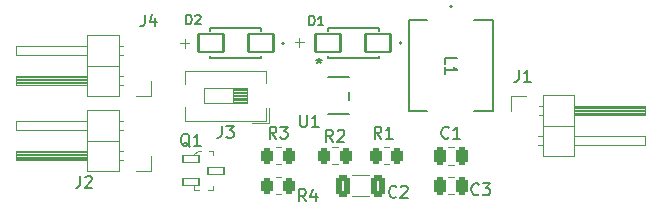
<source format=gbr>
%TF.GenerationSoftware,KiCad,Pcbnew,8.0.6*%
%TF.CreationDate,2025-06-18T20:25:26+05:30*%
%TF.ProjectId,Tiny Solar Suppy,54696e79-2053-46f6-9c61-722053757070,rev?*%
%TF.SameCoordinates,Original*%
%TF.FileFunction,Legend,Top*%
%TF.FilePolarity,Positive*%
%FSLAX46Y46*%
G04 Gerber Fmt 4.6, Leading zero omitted, Abs format (unit mm)*
G04 Created by KiCad (PCBNEW 8.0.6) date 2025-06-18 20:25:26*
%MOMM*%
%LPD*%
G01*
G04 APERTURE LIST*
G04 Aperture macros list*
%AMRoundRect*
0 Rectangle with rounded corners*
0 $1 Rounding radius*
0 $2 $3 $4 $5 $6 $7 $8 $9 X,Y pos of 4 corners*
0 Add a 4 corners polygon primitive as box body*
4,1,4,$2,$3,$4,$5,$6,$7,$8,$9,$2,$3,0*
0 Add four circle primitives for the rounded corners*
1,1,$1+$1,$2,$3*
1,1,$1+$1,$4,$5*
1,1,$1+$1,$6,$7*
1,1,$1+$1,$8,$9*
0 Add four rect primitives between the rounded corners*
20,1,$1+$1,$2,$3,$4,$5,0*
20,1,$1+$1,$4,$5,$6,$7,0*
20,1,$1+$1,$6,$7,$8,$9,0*
20,1,$1+$1,$8,$9,$2,$3,0*%
G04 Aperture macros list end*
%ADD10C,0.100000*%
%ADD11C,0.150000*%
%ADD12C,0.120000*%
%ADD13C,0.152400*%
%ADD14C,0.127000*%
%ADD15C,0.200000*%
%ADD16R,1.600000X1.600000*%
%ADD17O,1.600000X1.600000*%
%ADD18R,1.700000X1.700000*%
%ADD19O,1.700000X1.700000*%
%ADD20R,1.181100X0.558800*%
%ADD21RoundRect,0.250000X-0.262500X-0.450000X0.262500X-0.450000X0.262500X0.450000X-0.262500X0.450000X0*%
%ADD22RoundRect,0.250000X0.262500X0.450000X-0.262500X0.450000X-0.262500X-0.450000X0.262500X-0.450000X0*%
%ADD23RoundRect,0.070000X-0.650000X-0.300000X0.650000X-0.300000X0.650000X0.300000X-0.650000X0.300000X0*%
%ADD24R,3.302000X2.667000*%
%ADD25RoundRect,0.102000X1.060000X0.750000X-1.060000X0.750000X-1.060000X-0.750000X1.060000X-0.750000X0*%
%ADD26RoundRect,0.250000X-0.250000X-0.475000X0.250000X-0.475000X0.250000X0.475000X-0.250000X0.475000X0*%
%ADD27RoundRect,0.250000X0.325000X0.650000X-0.325000X0.650000X-0.325000X-0.650000X0.325000X-0.650000X0*%
%ADD28RoundRect,0.250000X0.250000X0.475000X-0.250000X0.475000X-0.250000X-0.475000X0.250000X-0.475000X0*%
G04 APERTURE END LIST*
D10*
X73803884Y-93891466D02*
X74565789Y-93891466D01*
X74184836Y-94272419D02*
X74184836Y-93510514D01*
X64103884Y-93991466D02*
X64865789Y-93991466D01*
X64484836Y-94372419D02*
X64484836Y-93610514D01*
D11*
X67601666Y-100989819D02*
X67601666Y-101704104D01*
X67601666Y-101704104D02*
X67554047Y-101846961D01*
X67554047Y-101846961D02*
X67458809Y-101942200D01*
X67458809Y-101942200D02*
X67315952Y-101989819D01*
X67315952Y-101989819D02*
X67220714Y-101989819D01*
X67982619Y-100989819D02*
X68601666Y-100989819D01*
X68601666Y-100989819D02*
X68268333Y-101370771D01*
X68268333Y-101370771D02*
X68411190Y-101370771D01*
X68411190Y-101370771D02*
X68506428Y-101418390D01*
X68506428Y-101418390D02*
X68554047Y-101466009D01*
X68554047Y-101466009D02*
X68601666Y-101561247D01*
X68601666Y-101561247D02*
X68601666Y-101799342D01*
X68601666Y-101799342D02*
X68554047Y-101894580D01*
X68554047Y-101894580D02*
X68506428Y-101942200D01*
X68506428Y-101942200D02*
X68411190Y-101989819D01*
X68411190Y-101989819D02*
X68125476Y-101989819D01*
X68125476Y-101989819D02*
X68030238Y-101942200D01*
X68030238Y-101942200D02*
X67982619Y-101894580D01*
X92766666Y-96254819D02*
X92766666Y-96969104D01*
X92766666Y-96969104D02*
X92719047Y-97111961D01*
X92719047Y-97111961D02*
X92623809Y-97207200D01*
X92623809Y-97207200D02*
X92480952Y-97254819D01*
X92480952Y-97254819D02*
X92385714Y-97254819D01*
X93766666Y-97254819D02*
X93195238Y-97254819D01*
X93480952Y-97254819D02*
X93480952Y-96254819D01*
X93480952Y-96254819D02*
X93385714Y-96397676D01*
X93385714Y-96397676D02*
X93290476Y-96492914D01*
X93290476Y-96492914D02*
X93195238Y-96540533D01*
X55606666Y-105229819D02*
X55606666Y-105944104D01*
X55606666Y-105944104D02*
X55559047Y-106086961D01*
X55559047Y-106086961D02*
X55463809Y-106182200D01*
X55463809Y-106182200D02*
X55320952Y-106229819D01*
X55320952Y-106229819D02*
X55225714Y-106229819D01*
X56035238Y-105325057D02*
X56082857Y-105277438D01*
X56082857Y-105277438D02*
X56178095Y-105229819D01*
X56178095Y-105229819D02*
X56416190Y-105229819D01*
X56416190Y-105229819D02*
X56511428Y-105277438D01*
X56511428Y-105277438D02*
X56559047Y-105325057D01*
X56559047Y-105325057D02*
X56606666Y-105420295D01*
X56606666Y-105420295D02*
X56606666Y-105515533D01*
X56606666Y-105515533D02*
X56559047Y-105658390D01*
X56559047Y-105658390D02*
X55987619Y-106229819D01*
X55987619Y-106229819D02*
X56606666Y-106229819D01*
X74238095Y-100054819D02*
X74238095Y-100864342D01*
X74238095Y-100864342D02*
X74285714Y-100959580D01*
X74285714Y-100959580D02*
X74333333Y-101007200D01*
X74333333Y-101007200D02*
X74428571Y-101054819D01*
X74428571Y-101054819D02*
X74619047Y-101054819D01*
X74619047Y-101054819D02*
X74714285Y-101007200D01*
X74714285Y-101007200D02*
X74761904Y-100959580D01*
X74761904Y-100959580D02*
X74809523Y-100864342D01*
X74809523Y-100864342D02*
X74809523Y-100054819D01*
X75809523Y-101054819D02*
X75238095Y-101054819D01*
X75523809Y-101054819D02*
X75523809Y-100054819D01*
X75523809Y-100054819D02*
X75428571Y-100197676D01*
X75428571Y-100197676D02*
X75333333Y-100292914D01*
X75333333Y-100292914D02*
X75238095Y-100340533D01*
X75850750Y-95228019D02*
X75850750Y-95466114D01*
X75612655Y-95370876D02*
X75850750Y-95466114D01*
X75850750Y-95466114D02*
X76088845Y-95370876D01*
X75707893Y-95656590D02*
X75850750Y-95466114D01*
X75850750Y-95466114D02*
X75993607Y-95656590D01*
X75850750Y-95228019D02*
X75850750Y-95466114D01*
X75612655Y-95370876D02*
X75850750Y-95466114D01*
X75850750Y-95466114D02*
X76088845Y-95370876D01*
X75707893Y-95656590D02*
X75850750Y-95466114D01*
X75850750Y-95466114D02*
X75993607Y-95656590D01*
X74733333Y-107354819D02*
X74400000Y-106878628D01*
X74161905Y-107354819D02*
X74161905Y-106354819D01*
X74161905Y-106354819D02*
X74542857Y-106354819D01*
X74542857Y-106354819D02*
X74638095Y-106402438D01*
X74638095Y-106402438D02*
X74685714Y-106450057D01*
X74685714Y-106450057D02*
X74733333Y-106545295D01*
X74733333Y-106545295D02*
X74733333Y-106688152D01*
X74733333Y-106688152D02*
X74685714Y-106783390D01*
X74685714Y-106783390D02*
X74638095Y-106831009D01*
X74638095Y-106831009D02*
X74542857Y-106878628D01*
X74542857Y-106878628D02*
X74161905Y-106878628D01*
X75590476Y-106688152D02*
X75590476Y-107354819D01*
X75352381Y-106307200D02*
X75114286Y-107021485D01*
X75114286Y-107021485D02*
X75733333Y-107021485D01*
X72223333Y-102054819D02*
X71890000Y-101578628D01*
X71651905Y-102054819D02*
X71651905Y-101054819D01*
X71651905Y-101054819D02*
X72032857Y-101054819D01*
X72032857Y-101054819D02*
X72128095Y-101102438D01*
X72128095Y-101102438D02*
X72175714Y-101150057D01*
X72175714Y-101150057D02*
X72223333Y-101245295D01*
X72223333Y-101245295D02*
X72223333Y-101388152D01*
X72223333Y-101388152D02*
X72175714Y-101483390D01*
X72175714Y-101483390D02*
X72128095Y-101531009D01*
X72128095Y-101531009D02*
X72032857Y-101578628D01*
X72032857Y-101578628D02*
X71651905Y-101578628D01*
X72556667Y-101054819D02*
X73175714Y-101054819D01*
X73175714Y-101054819D02*
X72842381Y-101435771D01*
X72842381Y-101435771D02*
X72985238Y-101435771D01*
X72985238Y-101435771D02*
X73080476Y-101483390D01*
X73080476Y-101483390D02*
X73128095Y-101531009D01*
X73128095Y-101531009D02*
X73175714Y-101626247D01*
X73175714Y-101626247D02*
X73175714Y-101864342D01*
X73175714Y-101864342D02*
X73128095Y-101959580D01*
X73128095Y-101959580D02*
X73080476Y-102007200D01*
X73080476Y-102007200D02*
X72985238Y-102054819D01*
X72985238Y-102054819D02*
X72699524Y-102054819D01*
X72699524Y-102054819D02*
X72604286Y-102007200D01*
X72604286Y-102007200D02*
X72556667Y-101959580D01*
X77025833Y-102309819D02*
X76692500Y-101833628D01*
X76454405Y-102309819D02*
X76454405Y-101309819D01*
X76454405Y-101309819D02*
X76835357Y-101309819D01*
X76835357Y-101309819D02*
X76930595Y-101357438D01*
X76930595Y-101357438D02*
X76978214Y-101405057D01*
X76978214Y-101405057D02*
X77025833Y-101500295D01*
X77025833Y-101500295D02*
X77025833Y-101643152D01*
X77025833Y-101643152D02*
X76978214Y-101738390D01*
X76978214Y-101738390D02*
X76930595Y-101786009D01*
X76930595Y-101786009D02*
X76835357Y-101833628D01*
X76835357Y-101833628D02*
X76454405Y-101833628D01*
X77406786Y-101405057D02*
X77454405Y-101357438D01*
X77454405Y-101357438D02*
X77549643Y-101309819D01*
X77549643Y-101309819D02*
X77787738Y-101309819D01*
X77787738Y-101309819D02*
X77882976Y-101357438D01*
X77882976Y-101357438D02*
X77930595Y-101405057D01*
X77930595Y-101405057D02*
X77978214Y-101500295D01*
X77978214Y-101500295D02*
X77978214Y-101595533D01*
X77978214Y-101595533D02*
X77930595Y-101738390D01*
X77930595Y-101738390D02*
X77359167Y-102309819D01*
X77359167Y-102309819D02*
X77978214Y-102309819D01*
X81113333Y-102054819D02*
X80780000Y-101578628D01*
X80541905Y-102054819D02*
X80541905Y-101054819D01*
X80541905Y-101054819D02*
X80922857Y-101054819D01*
X80922857Y-101054819D02*
X81018095Y-101102438D01*
X81018095Y-101102438D02*
X81065714Y-101150057D01*
X81065714Y-101150057D02*
X81113333Y-101245295D01*
X81113333Y-101245295D02*
X81113333Y-101388152D01*
X81113333Y-101388152D02*
X81065714Y-101483390D01*
X81065714Y-101483390D02*
X81018095Y-101531009D01*
X81018095Y-101531009D02*
X80922857Y-101578628D01*
X80922857Y-101578628D02*
X80541905Y-101578628D01*
X82065714Y-102054819D02*
X81494286Y-102054819D01*
X81780000Y-102054819D02*
X81780000Y-101054819D01*
X81780000Y-101054819D02*
X81684762Y-101197676D01*
X81684762Y-101197676D02*
X81589524Y-101292914D01*
X81589524Y-101292914D02*
X81494286Y-101340533D01*
X64904761Y-102750057D02*
X64809523Y-102702438D01*
X64809523Y-102702438D02*
X64714285Y-102607200D01*
X64714285Y-102607200D02*
X64571428Y-102464342D01*
X64571428Y-102464342D02*
X64476190Y-102416723D01*
X64476190Y-102416723D02*
X64380952Y-102416723D01*
X64428571Y-102654819D02*
X64333333Y-102607200D01*
X64333333Y-102607200D02*
X64238095Y-102511961D01*
X64238095Y-102511961D02*
X64190476Y-102321485D01*
X64190476Y-102321485D02*
X64190476Y-101988152D01*
X64190476Y-101988152D02*
X64238095Y-101797676D01*
X64238095Y-101797676D02*
X64333333Y-101702438D01*
X64333333Y-101702438D02*
X64428571Y-101654819D01*
X64428571Y-101654819D02*
X64619047Y-101654819D01*
X64619047Y-101654819D02*
X64714285Y-101702438D01*
X64714285Y-101702438D02*
X64809523Y-101797676D01*
X64809523Y-101797676D02*
X64857142Y-101988152D01*
X64857142Y-101988152D02*
X64857142Y-102321485D01*
X64857142Y-102321485D02*
X64809523Y-102511961D01*
X64809523Y-102511961D02*
X64714285Y-102607200D01*
X64714285Y-102607200D02*
X64619047Y-102654819D01*
X64619047Y-102654819D02*
X64428571Y-102654819D01*
X65809523Y-102654819D02*
X65238095Y-102654819D01*
X65523809Y-102654819D02*
X65523809Y-101654819D01*
X65523809Y-101654819D02*
X65428571Y-101797676D01*
X65428571Y-101797676D02*
X65333333Y-101892914D01*
X65333333Y-101892914D02*
X65238095Y-101940533D01*
X86540180Y-95718333D02*
X86540180Y-95242143D01*
X86540180Y-95242143D02*
X87540180Y-95242143D01*
X86540180Y-96575476D02*
X86540180Y-96004048D01*
X86540180Y-96289762D02*
X87540180Y-96289762D01*
X87540180Y-96289762D02*
X87397323Y-96194524D01*
X87397323Y-96194524D02*
X87302085Y-96099286D01*
X87302085Y-96099286D02*
X87254466Y-96004048D01*
X61066666Y-91554819D02*
X61066666Y-92269104D01*
X61066666Y-92269104D02*
X61019047Y-92411961D01*
X61019047Y-92411961D02*
X60923809Y-92507200D01*
X60923809Y-92507200D02*
X60780952Y-92554819D01*
X60780952Y-92554819D02*
X60685714Y-92554819D01*
X61971428Y-91888152D02*
X61971428Y-92554819D01*
X61733333Y-91507200D02*
X61495238Y-92221485D01*
X61495238Y-92221485D02*
X62114285Y-92221485D01*
X64618822Y-92356467D02*
X64618822Y-91569065D01*
X64618822Y-91569065D02*
X64806299Y-91569065D01*
X64806299Y-91569065D02*
X64918785Y-91606560D01*
X64918785Y-91606560D02*
X64993776Y-91681551D01*
X64993776Y-91681551D02*
X65031271Y-91756542D01*
X65031271Y-91756542D02*
X65068766Y-91906523D01*
X65068766Y-91906523D02*
X65068766Y-92019009D01*
X65068766Y-92019009D02*
X65031271Y-92168990D01*
X65031271Y-92168990D02*
X64993776Y-92243981D01*
X64993776Y-92243981D02*
X64918785Y-92318972D01*
X64918785Y-92318972D02*
X64806299Y-92356467D01*
X64806299Y-92356467D02*
X64618822Y-92356467D01*
X65368729Y-91644056D02*
X65406224Y-91606560D01*
X65406224Y-91606560D02*
X65481215Y-91569065D01*
X65481215Y-91569065D02*
X65668692Y-91569065D01*
X65668692Y-91569065D02*
X65743682Y-91606560D01*
X65743682Y-91606560D02*
X65781178Y-91644056D01*
X65781178Y-91644056D02*
X65818673Y-91719046D01*
X65818673Y-91719046D02*
X65818673Y-91794037D01*
X65818673Y-91794037D02*
X65781178Y-91906523D01*
X65781178Y-91906523D02*
X65331234Y-92356467D01*
X65331234Y-92356467D02*
X65818673Y-92356467D01*
X75018822Y-92456467D02*
X75018822Y-91669065D01*
X75018822Y-91669065D02*
X75206299Y-91669065D01*
X75206299Y-91669065D02*
X75318785Y-91706560D01*
X75318785Y-91706560D02*
X75393776Y-91781551D01*
X75393776Y-91781551D02*
X75431271Y-91856542D01*
X75431271Y-91856542D02*
X75468766Y-92006523D01*
X75468766Y-92006523D02*
X75468766Y-92119009D01*
X75468766Y-92119009D02*
X75431271Y-92268990D01*
X75431271Y-92268990D02*
X75393776Y-92343981D01*
X75393776Y-92343981D02*
X75318785Y-92418972D01*
X75318785Y-92418972D02*
X75206299Y-92456467D01*
X75206299Y-92456467D02*
X75018822Y-92456467D01*
X76218673Y-92456467D02*
X75768729Y-92456467D01*
X75993701Y-92456467D02*
X75993701Y-91669065D01*
X75993701Y-91669065D02*
X75918710Y-91781551D01*
X75918710Y-91781551D02*
X75843720Y-91856542D01*
X75843720Y-91856542D02*
X75768729Y-91894037D01*
X89368333Y-106759580D02*
X89320714Y-106807200D01*
X89320714Y-106807200D02*
X89177857Y-106854819D01*
X89177857Y-106854819D02*
X89082619Y-106854819D01*
X89082619Y-106854819D02*
X88939762Y-106807200D01*
X88939762Y-106807200D02*
X88844524Y-106711961D01*
X88844524Y-106711961D02*
X88796905Y-106616723D01*
X88796905Y-106616723D02*
X88749286Y-106426247D01*
X88749286Y-106426247D02*
X88749286Y-106283390D01*
X88749286Y-106283390D02*
X88796905Y-106092914D01*
X88796905Y-106092914D02*
X88844524Y-105997676D01*
X88844524Y-105997676D02*
X88939762Y-105902438D01*
X88939762Y-105902438D02*
X89082619Y-105854819D01*
X89082619Y-105854819D02*
X89177857Y-105854819D01*
X89177857Y-105854819D02*
X89320714Y-105902438D01*
X89320714Y-105902438D02*
X89368333Y-105950057D01*
X89701667Y-105854819D02*
X90320714Y-105854819D01*
X90320714Y-105854819D02*
X89987381Y-106235771D01*
X89987381Y-106235771D02*
X90130238Y-106235771D01*
X90130238Y-106235771D02*
X90225476Y-106283390D01*
X90225476Y-106283390D02*
X90273095Y-106331009D01*
X90273095Y-106331009D02*
X90320714Y-106426247D01*
X90320714Y-106426247D02*
X90320714Y-106664342D01*
X90320714Y-106664342D02*
X90273095Y-106759580D01*
X90273095Y-106759580D02*
X90225476Y-106807200D01*
X90225476Y-106807200D02*
X90130238Y-106854819D01*
X90130238Y-106854819D02*
X89844524Y-106854819D01*
X89844524Y-106854819D02*
X89749286Y-106807200D01*
X89749286Y-106807200D02*
X89701667Y-106759580D01*
X82383333Y-106959580D02*
X82335714Y-107007200D01*
X82335714Y-107007200D02*
X82192857Y-107054819D01*
X82192857Y-107054819D02*
X82097619Y-107054819D01*
X82097619Y-107054819D02*
X81954762Y-107007200D01*
X81954762Y-107007200D02*
X81859524Y-106911961D01*
X81859524Y-106911961D02*
X81811905Y-106816723D01*
X81811905Y-106816723D02*
X81764286Y-106626247D01*
X81764286Y-106626247D02*
X81764286Y-106483390D01*
X81764286Y-106483390D02*
X81811905Y-106292914D01*
X81811905Y-106292914D02*
X81859524Y-106197676D01*
X81859524Y-106197676D02*
X81954762Y-106102438D01*
X81954762Y-106102438D02*
X82097619Y-106054819D01*
X82097619Y-106054819D02*
X82192857Y-106054819D01*
X82192857Y-106054819D02*
X82335714Y-106102438D01*
X82335714Y-106102438D02*
X82383333Y-106150057D01*
X82764286Y-106150057D02*
X82811905Y-106102438D01*
X82811905Y-106102438D02*
X82907143Y-106054819D01*
X82907143Y-106054819D02*
X83145238Y-106054819D01*
X83145238Y-106054819D02*
X83240476Y-106102438D01*
X83240476Y-106102438D02*
X83288095Y-106150057D01*
X83288095Y-106150057D02*
X83335714Y-106245295D01*
X83335714Y-106245295D02*
X83335714Y-106340533D01*
X83335714Y-106340533D02*
X83288095Y-106483390D01*
X83288095Y-106483390D02*
X82716667Y-107054819D01*
X82716667Y-107054819D02*
X83335714Y-107054819D01*
X86828333Y-101959580D02*
X86780714Y-102007200D01*
X86780714Y-102007200D02*
X86637857Y-102054819D01*
X86637857Y-102054819D02*
X86542619Y-102054819D01*
X86542619Y-102054819D02*
X86399762Y-102007200D01*
X86399762Y-102007200D02*
X86304524Y-101911961D01*
X86304524Y-101911961D02*
X86256905Y-101816723D01*
X86256905Y-101816723D02*
X86209286Y-101626247D01*
X86209286Y-101626247D02*
X86209286Y-101483390D01*
X86209286Y-101483390D02*
X86256905Y-101292914D01*
X86256905Y-101292914D02*
X86304524Y-101197676D01*
X86304524Y-101197676D02*
X86399762Y-101102438D01*
X86399762Y-101102438D02*
X86542619Y-101054819D01*
X86542619Y-101054819D02*
X86637857Y-101054819D01*
X86637857Y-101054819D02*
X86780714Y-101102438D01*
X86780714Y-101102438D02*
X86828333Y-101150057D01*
X87780714Y-102054819D02*
X87209286Y-102054819D01*
X87495000Y-102054819D02*
X87495000Y-101054819D01*
X87495000Y-101054819D02*
X87399762Y-101197676D01*
X87399762Y-101197676D02*
X87304524Y-101292914D01*
X87304524Y-101292914D02*
X87209286Y-101340533D01*
D12*
%TO.C,J3*%
X71585000Y-100775000D02*
X71585000Y-99465000D01*
X71585000Y-100775000D02*
X70202000Y-100775000D01*
X71345000Y-100535000D02*
X71345000Y-99465000D01*
X71345000Y-100535000D02*
X64524000Y-100535000D01*
X71345000Y-97385000D02*
X71345000Y-96315000D01*
X71345000Y-96315000D02*
X64524000Y-96315000D01*
X69745000Y-99060000D02*
X69745000Y-97790000D01*
X69745000Y-98940000D02*
X68538333Y-98940000D01*
X69745000Y-98820000D02*
X68538333Y-98820000D01*
X69745000Y-98700000D02*
X68538333Y-98700000D01*
X69745000Y-98580000D02*
X68538333Y-98580000D01*
X69745000Y-98460000D02*
X68538333Y-98460000D01*
X69745000Y-98340000D02*
X68538333Y-98340000D01*
X69745000Y-98220000D02*
X68538333Y-98220000D01*
X69745000Y-98100000D02*
X68538333Y-98100000D01*
X69745000Y-97980000D02*
X68538333Y-97980000D01*
X69745000Y-97860000D02*
X68538333Y-97860000D01*
X69745000Y-97790000D02*
X66125000Y-97790000D01*
X68538333Y-99060000D02*
X68538333Y-97790000D01*
X66125000Y-99060000D02*
X69745000Y-99060000D01*
X66125000Y-97790000D02*
X66125000Y-99060000D01*
X64524000Y-100535000D02*
X64524000Y-99415000D01*
X64524000Y-97435000D02*
X64524000Y-96315000D01*
%TO.C,J1*%
X92075000Y-98425000D02*
X93345000Y-98425000D01*
X92075000Y-99695000D02*
X92075000Y-98425000D01*
X94387929Y-101855000D02*
X94785000Y-101855000D01*
X94387929Y-102615000D02*
X94785000Y-102615000D01*
X94455000Y-99315000D02*
X94785000Y-99315000D01*
X94455000Y-100075000D02*
X94785000Y-100075000D01*
X94785000Y-98365000D02*
X94785000Y-103565000D01*
X94785000Y-100965000D02*
X97445000Y-100965000D01*
X94785000Y-103565000D02*
X97445000Y-103565000D01*
X97445000Y-98365000D02*
X94785000Y-98365000D01*
X97445000Y-99315000D02*
X103445000Y-99315000D01*
X97445000Y-99375000D02*
X103445000Y-99375000D01*
X97445000Y-99495000D02*
X103445000Y-99495000D01*
X97445000Y-99615000D02*
X103445000Y-99615000D01*
X97445000Y-99735000D02*
X103445000Y-99735000D01*
X97445000Y-99855000D02*
X103445000Y-99855000D01*
X97445000Y-99975000D02*
X103445000Y-99975000D01*
X97445000Y-101855000D02*
X103445000Y-101855000D01*
X97445000Y-103565000D02*
X97445000Y-98365000D01*
X103445000Y-99315000D02*
X103445000Y-100075000D01*
X103445000Y-100075000D02*
X97445000Y-100075000D01*
X103445000Y-101855000D02*
X103445000Y-102615000D01*
X103445000Y-102615000D02*
X97445000Y-102615000D01*
%TO.C,J2*%
X61595000Y-104775000D02*
X60325000Y-104775000D01*
X61595000Y-103505000D02*
X61595000Y-104775000D01*
X59282071Y-101345000D02*
X58885000Y-101345000D01*
X59282071Y-100585000D02*
X58885000Y-100585000D01*
X59215000Y-103885000D02*
X58885000Y-103885000D01*
X59215000Y-103125000D02*
X58885000Y-103125000D01*
X58885000Y-104835000D02*
X58885000Y-99635000D01*
X58885000Y-102235000D02*
X56225000Y-102235000D01*
X58885000Y-99635000D02*
X56225000Y-99635000D01*
X56225000Y-104835000D02*
X58885000Y-104835000D01*
X56225000Y-103885000D02*
X50225000Y-103885000D01*
X56225000Y-103825000D02*
X50225000Y-103825000D01*
X56225000Y-103705000D02*
X50225000Y-103705000D01*
X56225000Y-103585000D02*
X50225000Y-103585000D01*
X56225000Y-103465000D02*
X50225000Y-103465000D01*
X56225000Y-103345000D02*
X50225000Y-103345000D01*
X56225000Y-103225000D02*
X50225000Y-103225000D01*
X56225000Y-101345000D02*
X50225000Y-101345000D01*
X56225000Y-99635000D02*
X56225000Y-104835000D01*
X50225000Y-103885000D02*
X50225000Y-103125000D01*
X50225000Y-103125000D02*
X56225000Y-103125000D01*
X50225000Y-101345000D02*
X50225000Y-100585000D01*
X50225000Y-100585000D02*
X56225000Y-100585000D01*
D13*
%TO.C,U1*%
X76568300Y-99999800D02*
X78371700Y-99999800D01*
X78371700Y-98762861D02*
X78371700Y-98087139D01*
X78371700Y-96850200D02*
X76568300Y-96850200D01*
D12*
%TO.C,R4*%
X72162936Y-105310000D02*
X72617064Y-105310000D01*
X72162936Y-106780000D02*
X72617064Y-106780000D01*
%TO.C,R3*%
X72617064Y-104240000D02*
X72162936Y-104240000D01*
X72617064Y-102770000D02*
X72162936Y-102770000D01*
%TO.C,R2*%
X76965436Y-104240000D02*
X77419564Y-104240000D01*
X76965436Y-102770000D02*
X77419564Y-102770000D01*
%TO.C,R1*%
X81784564Y-102770000D02*
X81330436Y-102770000D01*
X81784564Y-104240000D02*
X81330436Y-104240000D01*
D10*
%TO.C,Q1*%
X65865000Y-103125000D02*
X65590000Y-103125000D01*
X65590000Y-103125000D02*
X65215000Y-103400000D01*
X65215000Y-103400000D02*
X65215000Y-103450000D01*
X65215000Y-103450000D02*
X64440000Y-103450000D01*
X65690000Y-106425000D02*
X65215000Y-106425000D01*
X65215000Y-106425000D02*
X65215000Y-106075000D01*
X66865000Y-106200000D02*
X66865000Y-106075000D01*
X66865000Y-106125000D02*
X66865000Y-106425000D01*
X66865000Y-106425000D02*
X66415000Y-106425000D01*
X66490000Y-103125000D02*
X66865000Y-103125000D01*
X66865000Y-103125000D02*
X66865000Y-103425000D01*
D13*
%TO.C,L1*%
X87071200Y-90868500D02*
G75*
G02*
X86918800Y-90868500I-76200J0D01*
G01*
X86918800Y-90868500D02*
G75*
G02*
X87071200Y-90868500I76200J0D01*
G01*
X83439000Y-92011500D02*
X83439000Y-99758500D01*
X83439000Y-99758500D02*
X85011260Y-99758500D01*
X90551000Y-99758500D02*
X90551000Y-92011500D01*
X90551000Y-92011500D02*
X88978740Y-92011500D01*
X85011260Y-92011500D02*
X83439000Y-92011500D01*
X88978740Y-99758500D02*
X90551000Y-99758500D01*
D12*
%TO.C,J4*%
X61595000Y-98430000D02*
X60325000Y-98430000D01*
X61595000Y-97160000D02*
X61595000Y-98430000D01*
X59282071Y-95000000D02*
X58885000Y-95000000D01*
X59282071Y-94240000D02*
X58885000Y-94240000D01*
X59215000Y-97540000D02*
X58885000Y-97540000D01*
X59215000Y-96780000D02*
X58885000Y-96780000D01*
X58885000Y-98490000D02*
X58885000Y-93290000D01*
X58885000Y-95890000D02*
X56225000Y-95890000D01*
X58885000Y-93290000D02*
X56225000Y-93290000D01*
X56225000Y-98490000D02*
X58885000Y-98490000D01*
X56225000Y-97540000D02*
X50225000Y-97540000D01*
X56225000Y-97480000D02*
X50225000Y-97480000D01*
X56225000Y-97360000D02*
X50225000Y-97360000D01*
X56225000Y-97240000D02*
X50225000Y-97240000D01*
X56225000Y-97120000D02*
X50225000Y-97120000D01*
X56225000Y-97000000D02*
X50225000Y-97000000D01*
X56225000Y-96880000D02*
X50225000Y-96880000D01*
X56225000Y-95000000D02*
X50225000Y-95000000D01*
X56225000Y-93290000D02*
X56225000Y-98490000D01*
X50225000Y-97540000D02*
X50225000Y-96780000D01*
X50225000Y-96780000D02*
X56225000Y-96780000D01*
X50225000Y-95000000D02*
X50225000Y-94240000D01*
X50225000Y-94240000D02*
X56225000Y-94240000D01*
D14*
%TO.C,D2*%
X70955000Y-95260000D02*
X70955000Y-95050000D01*
X70955000Y-92700000D02*
X70955000Y-92910000D01*
X66625000Y-95050000D02*
X66625000Y-95260000D01*
X66625000Y-92700000D02*
X66625000Y-92910000D01*
X70955000Y-92700000D02*
X66625000Y-92700000D01*
X66625000Y-95260000D02*
X70955000Y-95260000D01*
D15*
X72890000Y-93980000D02*
G75*
G02*
X72690000Y-93980000I-100000J0D01*
G01*
X72690000Y-93980000D02*
G75*
G02*
X72890000Y-93980000I100000J0D01*
G01*
D14*
%TO.C,D1*%
X80905000Y-95260000D02*
X80905000Y-95050000D01*
X80905000Y-92700000D02*
X80905000Y-92910000D01*
X76575000Y-95050000D02*
X76575000Y-95260000D01*
X76575000Y-92700000D02*
X76575000Y-92910000D01*
X80905000Y-92700000D02*
X76575000Y-92700000D01*
X76575000Y-95260000D02*
X80905000Y-95260000D01*
D15*
X82840000Y-93980000D02*
G75*
G02*
X82640000Y-93980000I-100000J0D01*
G01*
X82640000Y-93980000D02*
G75*
G02*
X82840000Y-93980000I100000J0D01*
G01*
D12*
%TO.C,C3*%
X86733748Y-105310000D02*
X87256252Y-105310000D01*
X86733748Y-106780000D02*
X87256252Y-106780000D01*
%TO.C,C2*%
X80086252Y-106955000D02*
X78663748Y-106955000D01*
X80086252Y-105135000D02*
X78663748Y-105135000D01*
%TO.C,C1*%
X87256252Y-104270000D02*
X86733748Y-104270000D01*
X87256252Y-102800000D02*
X86733748Y-102800000D01*
%TD*%
%LPC*%
D16*
%TO.C,J3*%
X71745000Y-98425000D03*
D17*
X64125000Y-98425000D03*
%TD*%
D18*
%TO.C,J1*%
X93345000Y-99695000D03*
D19*
X93345000Y-102235000D03*
%TD*%
D18*
%TO.C,J2*%
X60325000Y-103505000D03*
D19*
X60325000Y-100965000D03*
%TD*%
D20*
%TO.C,U1*%
X76104750Y-97474999D03*
X76104750Y-98425000D03*
X76104750Y-99375001D03*
X78835250Y-99375001D03*
X78835250Y-97474999D03*
%TD*%
D21*
%TO.C,R4*%
X71477500Y-106045000D03*
X73302500Y-106045000D03*
%TD*%
D22*
%TO.C,R3*%
X73302500Y-103505000D03*
X71477500Y-103505000D03*
%TD*%
D21*
%TO.C,R2*%
X78105000Y-103505000D03*
X76280000Y-103505000D03*
%TD*%
D22*
%TO.C,R1*%
X80645000Y-103505000D03*
X82470000Y-103505000D03*
%TD*%
D23*
%TO.C,Q1*%
X67090000Y-104775000D03*
X64990000Y-105725000D03*
X64990000Y-103825000D03*
%TD*%
D24*
%TO.C,L1*%
X86995000Y-93319600D03*
X86995000Y-98450400D03*
%TD*%
D18*
%TO.C,J4*%
X60325000Y-97160000D03*
D19*
X60325000Y-94620000D03*
%TD*%
D25*
%TO.C,D2*%
X70905000Y-93980000D03*
X66675000Y-93980000D03*
%TD*%
%TO.C,D1*%
X80855000Y-93980000D03*
X76625000Y-93980000D03*
%TD*%
D26*
%TO.C,C3*%
X86045000Y-106045000D03*
X87945000Y-106045000D03*
%TD*%
D27*
%TO.C,C2*%
X80850000Y-106045000D03*
X77900000Y-106045000D03*
%TD*%
D28*
%TO.C,C1*%
X87945000Y-103535000D03*
X86045000Y-103535000D03*
%TD*%
%LPD*%
M02*

</source>
